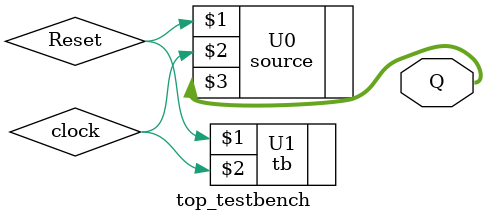
<source format=v>
`timescale 1ns / 1ps


module top_testbench(
output [3:0]Q
    );
    wire Reset,clock;
    source U0(
    Reset,
    clock,
    Q
    );
    
    
    tb U1(Reset,
    clock);
    
endmodule

</source>
